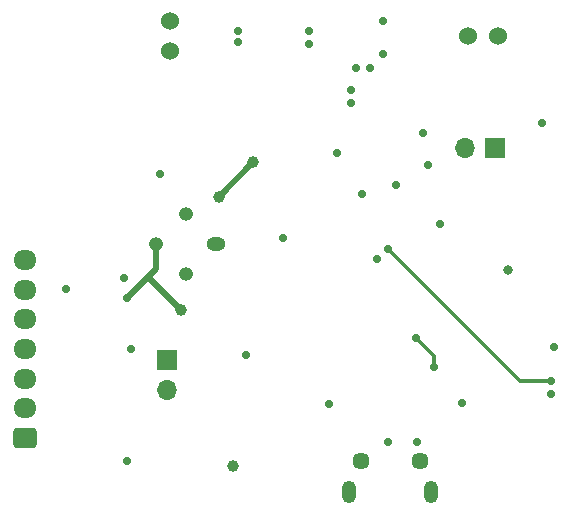
<source format=gbr>
G04 #@! TF.GenerationSoftware,KiCad,Pcbnew,7.0.8*
G04 #@! TF.CreationDate,2024-01-22T10:42:46-07:00*
G04 #@! TF.ProjectId,sdm24wheel,73646d32-3477-4686-9565-6c2e6b696361,v1.1*
G04 #@! TF.SameCoordinates,Original*
G04 #@! TF.FileFunction,Copper,L4,Bot*
G04 #@! TF.FilePolarity,Positive*
%FSLAX46Y46*%
G04 Gerber Fmt 4.6, Leading zero omitted, Abs format (unit mm)*
G04 Created by KiCad (PCBNEW 7.0.8) date 2024-01-22 10:42:46*
%MOMM*%
%LPD*%
G01*
G04 APERTURE LIST*
G04 Aperture macros list*
%AMRoundRect*
0 Rectangle with rounded corners*
0 $1 Rounding radius*
0 $2 $3 $4 $5 $6 $7 $8 $9 X,Y pos of 4 corners*
0 Add a 4 corners polygon primitive as box body*
4,1,4,$2,$3,$4,$5,$6,$7,$8,$9,$2,$3,0*
0 Add four circle primitives for the rounded corners*
1,1,$1+$1,$2,$3*
1,1,$1+$1,$4,$5*
1,1,$1+$1,$6,$7*
1,1,$1+$1,$8,$9*
0 Add four rect primitives between the rounded corners*
20,1,$1+$1,$2,$3,$4,$5,0*
20,1,$1+$1,$4,$5,$6,$7,0*
20,1,$1+$1,$6,$7,$8,$9,0*
20,1,$1+$1,$8,$9,$2,$3,0*%
G04 Aperture macros list end*
G04 #@! TA.AperFunction,ComponentPad*
%ADD10C,1.524000*%
G04 #@! TD*
G04 #@! TA.AperFunction,ComponentPad*
%ADD11O,1.200000X1.900000*%
G04 #@! TD*
G04 #@! TA.AperFunction,ComponentPad*
%ADD12C,1.450000*%
G04 #@! TD*
G04 #@! TA.AperFunction,ComponentPad*
%ADD13R,1.700000X1.700000*%
G04 #@! TD*
G04 #@! TA.AperFunction,ComponentPad*
%ADD14O,1.700000X1.700000*%
G04 #@! TD*
G04 #@! TA.AperFunction,ComponentPad*
%ADD15RoundRect,0.250000X0.725000X-0.600000X0.725000X0.600000X-0.725000X0.600000X-0.725000X-0.600000X0*%
G04 #@! TD*
G04 #@! TA.AperFunction,ComponentPad*
%ADD16O,1.950000X1.700000*%
G04 #@! TD*
G04 #@! TA.AperFunction,ComponentPad*
%ADD17O,1.600000X1.200000*%
G04 #@! TD*
G04 #@! TA.AperFunction,ComponentPad*
%ADD18O,1.200000X1.200000*%
G04 #@! TD*
G04 #@! TA.AperFunction,ViaPad*
%ADD19C,1.000000*%
G04 #@! TD*
G04 #@! TA.AperFunction,ViaPad*
%ADD20C,0.700000*%
G04 #@! TD*
G04 #@! TA.AperFunction,ViaPad*
%ADD21C,0.800000*%
G04 #@! TD*
G04 #@! TA.AperFunction,Conductor*
%ADD22C,0.500000*%
G04 #@! TD*
G04 #@! TA.AperFunction,Conductor*
%ADD23C,0.300000*%
G04 #@! TD*
G04 APERTURE END LIST*
D10*
X194440000Y-75900000D03*
X191900000Y-75900000D03*
X166700000Y-77170000D03*
X166700000Y-74630000D03*
D11*
X181800000Y-114550000D03*
D12*
X182800000Y-111850000D03*
X187800000Y-111850000D03*
D11*
X188800000Y-114550000D03*
D13*
X194175000Y-85400000D03*
D14*
X191635000Y-85400000D03*
D15*
X154400000Y-109900000D03*
D16*
X154400000Y-107400000D03*
X154400000Y-104900000D03*
X154400000Y-102400000D03*
X154400000Y-99900000D03*
X154400000Y-97400000D03*
X154400000Y-94900000D03*
D13*
X166400000Y-103360000D03*
D14*
X166400000Y-105900000D03*
D17*
X170540000Y-93500000D03*
D18*
X168000000Y-96040000D03*
X165460000Y-93500000D03*
X168000000Y-90960000D03*
D19*
X170800000Y-89500000D03*
X167600000Y-99100000D03*
X173700000Y-86600000D03*
D20*
X163000000Y-98100000D03*
X187500000Y-101500000D03*
X189000000Y-103900000D03*
X199200000Y-102200000D03*
X187600000Y-110300000D03*
X178400000Y-76600000D03*
D19*
X172000000Y-112300000D03*
D20*
X173100000Y-102900000D03*
X182900000Y-89300000D03*
X182400000Y-78600000D03*
X184700000Y-74600000D03*
X163000000Y-111900000D03*
X184200000Y-94800000D03*
D21*
X195300000Y-95700000D03*
D20*
X162800000Y-96400000D03*
X165800000Y-87600000D03*
X198900000Y-106200000D03*
X189500000Y-91800000D03*
X180800000Y-85800000D03*
X180100000Y-107100000D03*
X176200000Y-93000000D03*
X157900000Y-97300000D03*
X182000000Y-80500000D03*
X188500000Y-86800000D03*
X172400000Y-75500000D03*
X163400000Y-102400000D03*
X184700000Y-77400000D03*
X198200000Y-83300000D03*
X183600000Y-78600000D03*
X191400000Y-107000000D03*
X172400000Y-76400000D03*
X185800000Y-88500000D03*
X182000000Y-81600000D03*
X188100000Y-84100000D03*
X178400000Y-75500000D03*
X185105378Y-110305378D03*
X185100000Y-93900000D03*
X198900000Y-105100000D03*
D22*
X165460000Y-95640000D02*
X164800000Y-96300000D01*
D23*
X189000000Y-103900000D02*
X189000000Y-103000000D01*
D22*
X167600000Y-99100000D02*
X164800000Y-96300000D01*
D23*
X189000000Y-103000000D02*
X187500000Y-101500000D01*
D22*
X173700000Y-86600000D02*
X170800000Y-89500000D01*
X165460000Y-93500000D02*
X165460000Y-95640000D01*
X164800000Y-96300000D02*
X163000000Y-98100000D01*
D23*
X185100000Y-93900000D02*
X196300000Y-105100000D01*
X196300000Y-105100000D02*
X198900000Y-105100000D01*
M02*

</source>
